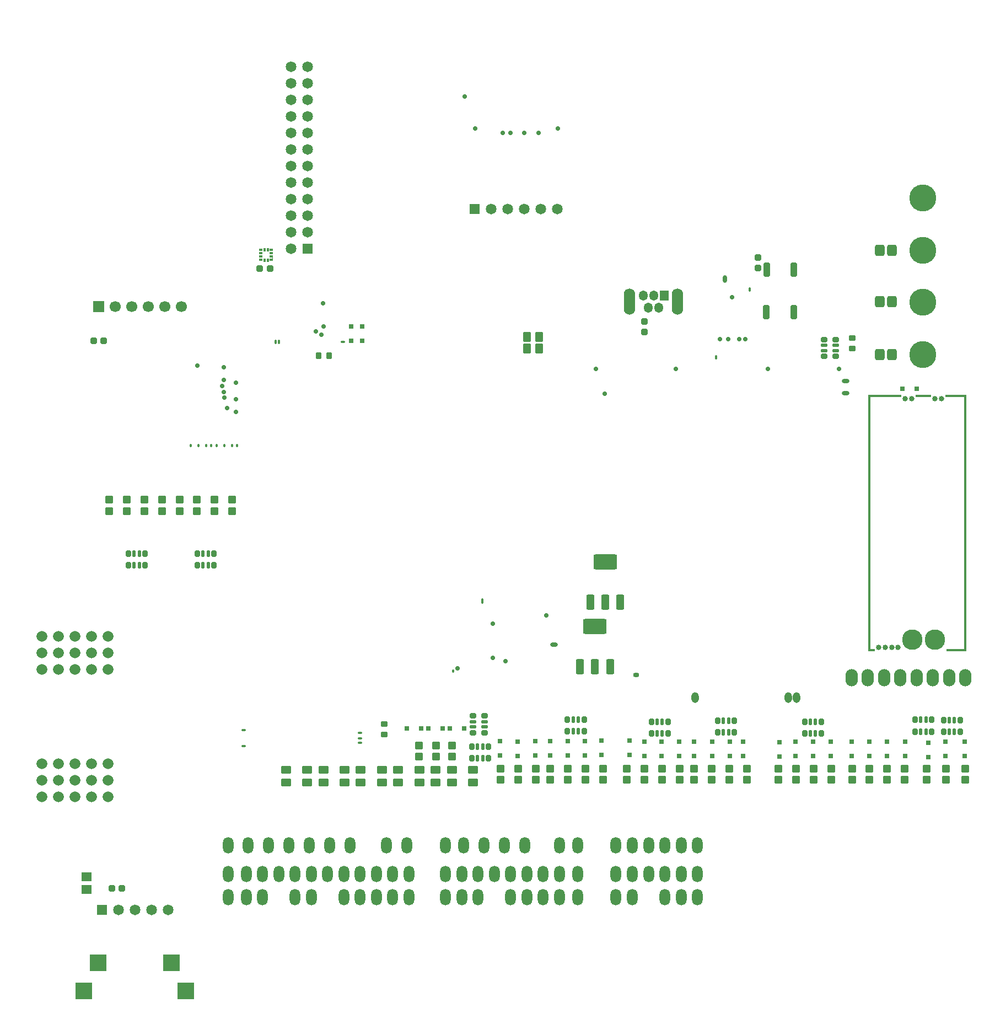
<source format=gts>
G04*
G04 #@! TF.GenerationSoftware,Altium Limited,Altium Designer,20.2.7 (254)*
G04*
G04 Layer_Color=7674933*
%FSLAX25Y25*%
%MOIN*%
G70*
G04*
G04 #@! TF.SameCoordinates,AEADB8A6-E672-494B-8C1A-D0E3FC83B13A*
G04*
G04*
G04 #@! TF.FilePolarity,Negative*
G04*
G01*
G75*
G04:AMPARAMS|DCode=52|XSize=38.98mil|YSize=38.98mil|CornerRadius=6.1mil|HoleSize=0mil|Usage=FLASHONLY|Rotation=270.000|XOffset=0mil|YOffset=0mil|HoleType=Round|Shape=RoundedRectangle|*
%AMROUNDEDRECTD52*
21,1,0.03898,0.02677,0,0,270.0*
21,1,0.02677,0.03898,0,0,270.0*
1,1,0.01221,-0.01339,-0.01339*
1,1,0.01221,-0.01339,0.01339*
1,1,0.01221,0.01339,0.01339*
1,1,0.01221,0.01339,-0.01339*
%
%ADD52ROUNDEDRECTD52*%
G04:AMPARAMS|DCode=53|XSize=48.82mil|YSize=90.16mil|CornerRadius=7.09mil|HoleSize=0mil|Usage=FLASHONLY|Rotation=0.000|XOffset=0mil|YOffset=0mil|HoleType=Round|Shape=RoundedRectangle|*
%AMROUNDEDRECTD53*
21,1,0.04882,0.07598,0,0,0.0*
21,1,0.03465,0.09016,0,0,0.0*
1,1,0.01417,0.01732,-0.03799*
1,1,0.01417,-0.01732,-0.03799*
1,1,0.01417,-0.01732,0.03799*
1,1,0.01417,0.01732,0.03799*
%
%ADD53ROUNDEDRECTD53*%
G04:AMPARAMS|DCode=54|XSize=48.82mil|YSize=90.16mil|CornerRadius=7.09mil|HoleSize=0mil|Usage=FLASHONLY|Rotation=0.000|XOffset=0mil|YOffset=0mil|HoleType=Round|Shape=RoundedRectangle|*
%AMROUNDEDRECTD54*
21,1,0.04882,0.07599,0,0,0.0*
21,1,0.03465,0.09016,0,0,0.0*
1,1,0.01417,0.01732,-0.03799*
1,1,0.01417,-0.01732,-0.03799*
1,1,0.01417,-0.01732,0.03799*
1,1,0.01417,0.01732,0.03799*
%
%ADD54ROUNDEDRECTD54*%
G04:AMPARAMS|DCode=55|XSize=143.31mil|YSize=90.16mil|CornerRadius=11.22mil|HoleSize=0mil|Usage=FLASHONLY|Rotation=0.000|XOffset=0mil|YOffset=0mil|HoleType=Round|Shape=RoundedRectangle|*
%AMROUNDEDRECTD55*
21,1,0.14331,0.06772,0,0,0.0*
21,1,0.12087,0.09016,0,0,0.0*
1,1,0.02244,0.06043,-0.03386*
1,1,0.02244,-0.06043,-0.03386*
1,1,0.02244,-0.06043,0.03386*
1,1,0.02244,0.06043,0.03386*
%
%ADD55ROUNDEDRECTD55*%
G04:AMPARAMS|DCode=56|XSize=31.1mil|YSize=37.01mil|CornerRadius=5.32mil|HoleSize=0mil|Usage=FLASHONLY|Rotation=0.000|XOffset=0mil|YOffset=0mil|HoleType=Round|Shape=RoundedRectangle|*
%AMROUNDEDRECTD56*
21,1,0.03110,0.02638,0,0,0.0*
21,1,0.02047,0.03701,0,0,0.0*
1,1,0.01063,0.01024,-0.01319*
1,1,0.01063,-0.01024,-0.01319*
1,1,0.01063,-0.01024,0.01319*
1,1,0.01063,0.01024,0.01319*
%
%ADD56ROUNDEDRECTD56*%
G04:AMPARAMS|DCode=57|XSize=23.23mil|YSize=37.01mil|CornerRadius=4.53mil|HoleSize=0mil|Usage=FLASHONLY|Rotation=0.000|XOffset=0mil|YOffset=0mil|HoleType=Round|Shape=RoundedRectangle|*
%AMROUNDEDRECTD57*
21,1,0.02323,0.02795,0,0,0.0*
21,1,0.01417,0.03701,0,0,0.0*
1,1,0.00906,0.00709,-0.01398*
1,1,0.00906,-0.00709,-0.01398*
1,1,0.00906,-0.00709,0.01398*
1,1,0.00906,0.00709,0.01398*
%
%ADD57ROUNDEDRECTD57*%
G04:AMPARAMS|DCode=58|XSize=29.13mil|YSize=29.13mil|CornerRadius=5.12mil|HoleSize=0mil|Usage=FLASHONLY|Rotation=270.000|XOffset=0mil|YOffset=0mil|HoleType=Round|Shape=RoundedRectangle|*
%AMROUNDEDRECTD58*
21,1,0.02913,0.01890,0,0,270.0*
21,1,0.01890,0.02913,0,0,270.0*
1,1,0.01024,-0.00945,-0.00945*
1,1,0.01024,-0.00945,0.00945*
1,1,0.01024,0.00945,0.00945*
1,1,0.01024,0.00945,-0.00945*
%
%ADD58ROUNDEDRECTD58*%
G04:AMPARAMS|DCode=59|XSize=44.88mil|YSize=62.6mil|CornerRadius=6.69mil|HoleSize=0mil|Usage=FLASHONLY|Rotation=0.000|XOffset=0mil|YOffset=0mil|HoleType=Round|Shape=RoundedRectangle|*
%AMROUNDEDRECTD59*
21,1,0.04488,0.04921,0,0,0.0*
21,1,0.03150,0.06260,0,0,0.0*
1,1,0.01339,0.01575,-0.02461*
1,1,0.01339,-0.01575,-0.02461*
1,1,0.01339,-0.01575,0.02461*
1,1,0.01339,0.01575,0.02461*
%
%ADD59ROUNDEDRECTD59*%
G04:AMPARAMS|DCode=60|XSize=44.88mil|YSize=48.82mil|CornerRadius=6.69mil|HoleSize=0mil|Usage=FLASHONLY|Rotation=270.000|XOffset=0mil|YOffset=0mil|HoleType=Round|Shape=RoundedRectangle|*
%AMROUNDEDRECTD60*
21,1,0.04488,0.03543,0,0,270.0*
21,1,0.03150,0.04882,0,0,270.0*
1,1,0.01339,-0.01772,-0.01575*
1,1,0.01339,-0.01772,0.01575*
1,1,0.01339,0.01772,0.01575*
1,1,0.01339,0.01772,-0.01575*
%
%ADD60ROUNDEDRECTD60*%
G04:AMPARAMS|DCode=61|XSize=29.13mil|YSize=29.13mil|CornerRadius=5.12mil|HoleSize=0mil|Usage=FLASHONLY|Rotation=180.000|XOffset=0mil|YOffset=0mil|HoleType=Round|Shape=RoundedRectangle|*
%AMROUNDEDRECTD61*
21,1,0.02913,0.01890,0,0,180.0*
21,1,0.01890,0.02913,0,0,180.0*
1,1,0.01024,-0.00945,0.00945*
1,1,0.01024,0.00945,0.00945*
1,1,0.01024,0.00945,-0.00945*
1,1,0.01024,-0.00945,-0.00945*
%
%ADD61ROUNDEDRECTD61*%
G04:AMPARAMS|DCode=62|XSize=33.07mil|YSize=41.73mil|CornerRadius=5.51mil|HoleSize=0mil|Usage=FLASHONLY|Rotation=180.000|XOffset=0mil|YOffset=0mil|HoleType=Round|Shape=RoundedRectangle|*
%AMROUNDEDRECTD62*
21,1,0.03307,0.03071,0,0,180.0*
21,1,0.02205,0.04173,0,0,180.0*
1,1,0.01102,-0.01102,0.01535*
1,1,0.01102,0.01102,0.01535*
1,1,0.01102,0.01102,-0.01535*
1,1,0.01102,-0.01102,-0.01535*
%
%ADD62ROUNDEDRECTD62*%
%ADD63R,0.04291X0.01535*%
%ADD64R,0.01535X1.55079*%
%ADD65R,0.09409X0.01535*%
%ADD66R,0.12756X0.01535*%
%ADD67R,0.20433X0.01535*%
%ADD68R,0.12165X0.01535*%
%ADD69C,0.12362*%
G04:AMPARAMS|DCode=70|XSize=15.35mil|YSize=33.07mil|CornerRadius=7.68mil|HoleSize=0mil|Usage=FLASHONLY|Rotation=180.000|XOffset=0mil|YOffset=0mil|HoleType=Round|Shape=RoundedRectangle|*
%AMROUNDEDRECTD70*
21,1,0.01535,0.01772,0,0,180.0*
21,1,0.00000,0.03307,0,0,180.0*
1,1,0.01535,0.00000,0.00886*
1,1,0.01535,0.00000,0.00886*
1,1,0.01535,0.00000,-0.00886*
1,1,0.01535,0.00000,-0.00886*
%
%ADD70ROUNDEDRECTD70*%
%ADD71O,0.04488X0.02520*%
%ADD72O,0.01339X0.02520*%
%ADD73R,0.06457X0.05669*%
G04:AMPARAMS|DCode=74|XSize=38.98mil|YSize=38.98mil|CornerRadius=6.1mil|HoleSize=0mil|Usage=FLASHONLY|Rotation=0.000|XOffset=0mil|YOffset=0mil|HoleType=Round|Shape=RoundedRectangle|*
%AMROUNDEDRECTD74*
21,1,0.03898,0.02677,0,0,0.0*
21,1,0.02677,0.03898,0,0,0.0*
1,1,0.01221,0.01339,-0.01339*
1,1,0.01221,-0.01339,-0.01339*
1,1,0.01221,-0.01339,0.01339*
1,1,0.01221,0.01339,0.01339*
%
%ADD74ROUNDEDRECTD74*%
%ADD75O,0.02520X0.01535*%
%ADD76O,0.01535X0.02520*%
%ADD77O,0.02520X0.04488*%
%ADD78O,0.01339X0.03307*%
%ADD79O,0.01535X0.02520*%
%ADD80O,0.04488X0.06457*%
%ADD81O,0.03701X0.02913*%
G04:AMPARAMS|DCode=82|XSize=33.07mil|YSize=41.73mil|CornerRadius=5.51mil|HoleSize=0mil|Usage=FLASHONLY|Rotation=270.000|XOffset=0mil|YOffset=0mil|HoleType=Round|Shape=RoundedRectangle|*
%AMROUNDEDRECTD82*
21,1,0.03307,0.03071,0,0,270.0*
21,1,0.02205,0.04173,0,0,270.0*
1,1,0.01102,-0.01535,-0.01102*
1,1,0.01102,-0.01535,0.01102*
1,1,0.01102,0.01535,0.01102*
1,1,0.01102,0.01535,-0.01102*
%
%ADD82ROUNDEDRECTD82*%
%ADD83R,0.01929X0.01535*%
%ADD84R,0.01535X0.01929*%
%ADD85O,0.01339X0.02126*%
G04:AMPARAMS|DCode=86|XSize=37.01mil|YSize=84.25mil|CornerRadius=5.91mil|HoleSize=0mil|Usage=FLASHONLY|Rotation=0.000|XOffset=0mil|YOffset=0mil|HoleType=Round|Shape=RoundedRectangle|*
%AMROUNDEDRECTD86*
21,1,0.03701,0.07244,0,0,0.0*
21,1,0.02520,0.08425,0,0,0.0*
1,1,0.01181,0.01260,-0.03622*
1,1,0.01181,-0.01260,-0.03622*
1,1,0.01181,-0.01260,0.03622*
1,1,0.01181,0.01260,0.03622*
%
%ADD86ROUNDEDRECTD86*%
G04:AMPARAMS|DCode=87|XSize=56.69mil|YSize=64.57mil|CornerRadius=7.87mil|HoleSize=0mil|Usage=FLASHONLY|Rotation=0.000|XOffset=0mil|YOffset=0mil|HoleType=Round|Shape=RoundedRectangle|*
%AMROUNDEDRECTD87*
21,1,0.05669,0.04882,0,0,0.0*
21,1,0.04095,0.06457,0,0,0.0*
1,1,0.01575,0.02047,-0.02441*
1,1,0.01575,-0.02047,-0.02441*
1,1,0.01575,-0.02047,0.02441*
1,1,0.01575,0.02047,0.02441*
%
%ADD87ROUNDEDRECTD87*%
%ADD88C,0.16299*%
G04:AMPARAMS|DCode=89|XSize=44.88mil|YSize=62.6mil|CornerRadius=6.69mil|HoleSize=0mil|Usage=FLASHONLY|Rotation=90.000|XOffset=0mil|YOffset=0mil|HoleType=Round|Shape=RoundedRectangle|*
%AMROUNDEDRECTD89*
21,1,0.04488,0.04921,0,0,90.0*
21,1,0.03150,0.06260,0,0,90.0*
1,1,0.01339,0.02461,0.01575*
1,1,0.01339,0.02461,-0.01575*
1,1,0.01339,-0.02461,-0.01575*
1,1,0.01339,-0.02461,0.01575*
%
%ADD89ROUNDEDRECTD89*%
G04:AMPARAMS|DCode=90|XSize=31.1mil|YSize=37.01mil|CornerRadius=5.32mil|HoleSize=0mil|Usage=FLASHONLY|Rotation=270.000|XOffset=0mil|YOffset=0mil|HoleType=Round|Shape=RoundedRectangle|*
%AMROUNDEDRECTD90*
21,1,0.03110,0.02638,0,0,270.0*
21,1,0.02047,0.03701,0,0,270.0*
1,1,0.01063,-0.01319,-0.01024*
1,1,0.01063,-0.01319,0.01024*
1,1,0.01063,0.01319,0.01024*
1,1,0.01063,0.01319,-0.01024*
%
%ADD90ROUNDEDRECTD90*%
G04:AMPARAMS|DCode=91|XSize=23.23mil|YSize=37.01mil|CornerRadius=4.53mil|HoleSize=0mil|Usage=FLASHONLY|Rotation=270.000|XOffset=0mil|YOffset=0mil|HoleType=Round|Shape=RoundedRectangle|*
%AMROUNDEDRECTD91*
21,1,0.02323,0.02795,0,0,270.0*
21,1,0.01417,0.03701,0,0,270.0*
1,1,0.00906,-0.01398,-0.00709*
1,1,0.00906,-0.01398,0.00709*
1,1,0.00906,0.01398,0.00709*
1,1,0.00906,0.01398,-0.00709*
%
%ADD91ROUNDEDRECTD91*%
%ADD92O,0.06850X0.15906*%
%ADD93O,0.05276X0.06063*%
%ADD94R,0.05276X0.06063*%
%ADD95R,0.10394X0.10394*%
%ADD96C,0.06457*%
%ADD97R,0.06457X0.06457*%
%ADD98O,0.07441X0.10394*%
%ADD99C,0.03307*%
%ADD100C,0.02913*%
%ADD101C,0.06551*%
%ADD102C,0.00551*%
%ADD103O,0.06457X0.10000*%
%ADD104C,0.06693*%
%ADD105R,0.06693X0.06693*%
%ADD106R,0.06457X0.06457*%
G36*
X169961Y463695D02*
X169819D01*
Y466398D01*
X169961D01*
Y463695D01*
D02*
G37*
G36*
Y467025D02*
X169722D01*
Y468366D01*
X169961D01*
Y467025D01*
D02*
G37*
G36*
Y470329D02*
X169772D01*
Y470335D01*
X169961D01*
Y470329D01*
D02*
G37*
D52*
X394882Y420118D02*
D03*
Y426339D02*
D03*
X463484Y458701D02*
D03*
Y464921D02*
D03*
D53*
X362008Y256594D02*
D03*
X380118D02*
D03*
X355807Y217618D02*
D03*
X373917D02*
D03*
D54*
X371063Y256594D02*
D03*
X364862Y217618D02*
D03*
D55*
X371063Y281004D02*
D03*
X364862Y242028D02*
D03*
D56*
X491634Y177362D02*
D03*
Y184449D02*
D03*
X501673D02*
D03*
Y177362D02*
D03*
X92714Y286164D02*
D03*
Y279078D02*
D03*
X82675D02*
D03*
Y286164D02*
D03*
X124407D02*
D03*
Y279078D02*
D03*
X134447D02*
D03*
Y286164D02*
D03*
X408957Y177264D02*
D03*
Y184350D02*
D03*
X398917D02*
D03*
Y177264D02*
D03*
X449114Y177953D02*
D03*
Y185039D02*
D03*
X439075D02*
D03*
Y177953D02*
D03*
X358268Y178740D02*
D03*
Y185827D02*
D03*
X348228D02*
D03*
Y178740D02*
D03*
X568504Y178543D02*
D03*
Y185630D02*
D03*
X558465D02*
D03*
Y178543D02*
D03*
X575591Y178347D02*
D03*
Y185433D02*
D03*
X585630D02*
D03*
Y178347D02*
D03*
X300394Y169488D02*
D03*
Y162402D02*
D03*
X290354D02*
D03*
Y169488D02*
D03*
D57*
X495079Y177362D02*
D03*
X498228D02*
D03*
Y184449D02*
D03*
X495079D02*
D03*
X89269Y286164D02*
D03*
X86120D02*
D03*
Y279078D02*
D03*
X89269D02*
D03*
X131002D02*
D03*
X127852D02*
D03*
Y286164D02*
D03*
X131002D02*
D03*
X402362Y184350D02*
D03*
X405512D02*
D03*
Y177264D02*
D03*
X402362D02*
D03*
X442520Y185039D02*
D03*
X445669D02*
D03*
Y177953D02*
D03*
X442520D02*
D03*
X351673Y185827D02*
D03*
X354823D02*
D03*
Y178740D02*
D03*
X351673D02*
D03*
X561909Y185630D02*
D03*
X565059D02*
D03*
Y178543D02*
D03*
X561909D02*
D03*
X579035Y178347D02*
D03*
X582185D02*
D03*
Y185433D02*
D03*
X579035D02*
D03*
X296949Y169488D02*
D03*
X293799D02*
D03*
Y162402D02*
D03*
X296949D02*
D03*
D58*
X550787Y385827D02*
D03*
X559449D02*
D03*
X285827Y180216D02*
D03*
X277165D02*
D03*
X259842D02*
D03*
X251181D02*
D03*
X272835D02*
D03*
X264173D02*
D03*
D59*
X331201Y416929D02*
D03*
X323721D02*
D03*
X331201Y410138D02*
D03*
X323721D02*
D03*
D60*
X588583Y155905D02*
D03*
Y149213D02*
D03*
X278543Y163386D02*
D03*
Y170079D02*
D03*
X71061Y311854D02*
D03*
Y318546D02*
D03*
X81691Y311854D02*
D03*
Y318546D02*
D03*
X92321Y311854D02*
D03*
Y318546D02*
D03*
X102950Y311854D02*
D03*
Y318546D02*
D03*
X113580Y311854D02*
D03*
Y318546D02*
D03*
X124210Y311854D02*
D03*
Y318546D02*
D03*
X134840Y311854D02*
D03*
Y318546D02*
D03*
X145470Y311854D02*
D03*
Y318546D02*
D03*
X415945Y149213D02*
D03*
Y155905D02*
D03*
X405315Y149213D02*
D03*
Y155905D02*
D03*
X394685Y149213D02*
D03*
Y155905D02*
D03*
X384055Y149213D02*
D03*
Y155905D02*
D03*
X348327Y149213D02*
D03*
Y155905D02*
D03*
X424803Y149213D02*
D03*
Y155905D02*
D03*
X358957Y149213D02*
D03*
Y155905D02*
D03*
X435433Y149213D02*
D03*
Y155905D02*
D03*
X456693Y149213D02*
D03*
Y155905D02*
D03*
X446063Y149213D02*
D03*
Y155905D02*
D03*
X337697Y149213D02*
D03*
Y155905D02*
D03*
X369587Y149213D02*
D03*
Y155905D02*
D03*
X552165Y155905D02*
D03*
Y149213D02*
D03*
X541536Y155905D02*
D03*
Y149213D02*
D03*
X530906Y155905D02*
D03*
Y149213D02*
D03*
X520276Y155905D02*
D03*
Y149213D02*
D03*
X475787Y155905D02*
D03*
Y149213D02*
D03*
X486417Y155905D02*
D03*
Y149213D02*
D03*
X497047Y155905D02*
D03*
Y149213D02*
D03*
X507677Y155905D02*
D03*
Y149213D02*
D03*
X565551Y155905D02*
D03*
Y149213D02*
D03*
X307677Y155905D02*
D03*
Y149213D02*
D03*
X576958Y155905D02*
D03*
Y149213D02*
D03*
X318307Y155905D02*
D03*
Y149213D02*
D03*
X328937Y155905D02*
D03*
Y149213D02*
D03*
X258465Y163386D02*
D03*
Y170079D02*
D03*
X268701Y163386D02*
D03*
Y170079D02*
D03*
D61*
X217421Y414862D02*
D03*
Y423524D02*
D03*
X224016Y414862D02*
D03*
Y423524D02*
D03*
X454528Y172441D02*
D03*
Y163779D02*
D03*
X348524Y172835D02*
D03*
Y164173D02*
D03*
X435630Y172441D02*
D03*
Y163779D02*
D03*
X405118Y172441D02*
D03*
Y163779D02*
D03*
X415748Y172441D02*
D03*
Y163779D02*
D03*
X394882Y172441D02*
D03*
Y163779D02*
D03*
X424606Y172441D02*
D03*
Y163779D02*
D03*
X368701Y172933D02*
D03*
Y164272D02*
D03*
X358760Y172835D02*
D03*
Y164173D02*
D03*
X337894Y172835D02*
D03*
Y164173D02*
D03*
X385827Y172933D02*
D03*
Y164272D02*
D03*
X446260Y172441D02*
D03*
Y163779D02*
D03*
X552362Y163779D02*
D03*
Y172441D02*
D03*
X541339Y163779D02*
D03*
Y172441D02*
D03*
X530709Y163779D02*
D03*
Y172441D02*
D03*
X520079Y163779D02*
D03*
Y172441D02*
D03*
X476378Y163386D02*
D03*
Y172047D02*
D03*
X486221Y163779D02*
D03*
Y172441D02*
D03*
X496850Y163779D02*
D03*
Y172441D02*
D03*
X507480Y163779D02*
D03*
Y172441D02*
D03*
X566437Y162992D02*
D03*
Y171653D02*
D03*
X307480Y164173D02*
D03*
Y172835D02*
D03*
X576772Y163779D02*
D03*
Y172441D02*
D03*
X318110Y163779D02*
D03*
Y172441D02*
D03*
X588386Y163779D02*
D03*
Y172441D02*
D03*
X328740Y163976D02*
D03*
Y172638D02*
D03*
D62*
X204134Y405709D02*
D03*
X197835D02*
D03*
D63*
X531988Y227756D02*
D03*
D64*
X530610Y304528D02*
D03*
X588681D02*
D03*
D65*
X563484Y381299D02*
D03*
D66*
X583071D02*
D03*
D67*
X540059D02*
D03*
D68*
X583366Y227756D02*
D03*
D69*
X570472Y234154D02*
D03*
X556693D02*
D03*
D70*
X296870Y257283D02*
D03*
D71*
X340158Y231102D02*
D03*
X516417Y382973D02*
D03*
X516417Y390453D02*
D03*
D72*
X279035Y215158D02*
D03*
D73*
X57382Y90650D02*
D03*
Y83169D02*
D03*
D74*
X78799Y83563D02*
D03*
X72579D02*
D03*
X168268Y458465D02*
D03*
X162047D02*
D03*
X61654Y414764D02*
D03*
X67874D02*
D03*
D75*
X212480Y413996D02*
D03*
X152559Y179232D02*
D03*
Y169783D02*
D03*
X222736Y177756D02*
D03*
Y174311D02*
D03*
Y171555D02*
D03*
D76*
X171732Y414193D02*
D03*
X173701D02*
D03*
D77*
X443504Y451968D02*
D03*
D78*
X458347Y445571D02*
D03*
D79*
X437972Y404626D02*
D03*
D80*
X425301Y198971D02*
D03*
X481896D02*
D03*
X486840D02*
D03*
D81*
X389652Y212736D02*
D03*
D82*
X520571Y416240D02*
D03*
Y409941D02*
D03*
X237402Y176772D02*
D03*
Y183071D02*
D03*
D83*
X162795Y467618D02*
D03*
Y465650D02*
D03*
Y469587D02*
D03*
Y463681D02*
D03*
X169095Y469587D02*
D03*
Y467618D02*
D03*
Y465650D02*
D03*
Y463681D02*
D03*
D84*
X164961Y469783D02*
D03*
X166929D02*
D03*
Y463484D02*
D03*
X164961D02*
D03*
D85*
X132776Y351379D02*
D03*
X136083D02*
D03*
X129823D02*
D03*
X140709D02*
D03*
X145334D02*
D03*
X148327D02*
D03*
X125197D02*
D03*
X120571D02*
D03*
D86*
X485236Y457579D02*
D03*
X468701D02*
D03*
X485039Y431988D02*
D03*
X468504D02*
D03*
D87*
X544488Y469488D02*
D03*
X537008D02*
D03*
Y406398D02*
D03*
X544488D02*
D03*
Y438268D02*
D03*
X537008D02*
D03*
D88*
X563189Y500984D02*
D03*
Y406496D02*
D03*
Y437992D02*
D03*
Y469488D02*
D03*
D89*
X258661Y155315D02*
D03*
Y147835D02*
D03*
X190748Y155315D02*
D03*
Y147835D02*
D03*
X200591Y155315D02*
D03*
Y147835D02*
D03*
X291142D02*
D03*
Y155315D02*
D03*
X245866Y147835D02*
D03*
Y155315D02*
D03*
X236024Y147835D02*
D03*
Y155315D02*
D03*
X223228Y147835D02*
D03*
Y155315D02*
D03*
X213386Y147835D02*
D03*
Y155315D02*
D03*
X177953Y147835D02*
D03*
Y155315D02*
D03*
X278346D02*
D03*
Y147835D02*
D03*
X268504Y155315D02*
D03*
Y147835D02*
D03*
D90*
X290945Y187894D02*
D03*
X298031D02*
D03*
Y177854D02*
D03*
X290945D02*
D03*
X510433Y415453D02*
D03*
X503346D02*
D03*
Y405413D02*
D03*
X510433D02*
D03*
D91*
X290945Y184449D02*
D03*
Y181299D02*
D03*
X298031D02*
D03*
Y184449D02*
D03*
X503346Y408858D02*
D03*
Y412008D02*
D03*
X510433D02*
D03*
Y408858D02*
D03*
D92*
X385881Y438385D02*
D03*
X414818D02*
D03*
D93*
X397200Y434645D02*
D03*
X403499D02*
D03*
X394050Y442125D02*
D03*
X400350D02*
D03*
D94*
X406649D02*
D03*
D95*
X108858Y38878D02*
D03*
X64370D02*
D03*
X117323Y21654D02*
D03*
X55905D02*
D03*
D96*
X106614Y70866D02*
D03*
X96614D02*
D03*
X86614D02*
D03*
X76614D02*
D03*
X342126Y494488D02*
D03*
X332126D02*
D03*
X322126D02*
D03*
X312126D02*
D03*
X302126D02*
D03*
X181142Y580472D02*
D03*
X191142D02*
D03*
X181142Y570472D02*
D03*
X191142D02*
D03*
X181142Y560472D02*
D03*
X191142D02*
D03*
X181142Y550472D02*
D03*
X191142D02*
D03*
X181142Y540472D02*
D03*
X191142D02*
D03*
X181142Y530472D02*
D03*
X191142D02*
D03*
X181142Y520472D02*
D03*
X191142D02*
D03*
X181142Y510472D02*
D03*
X191142D02*
D03*
X181142Y500472D02*
D03*
X191142D02*
D03*
X181142Y490472D02*
D03*
X191142D02*
D03*
X181142Y480472D02*
D03*
X191142D02*
D03*
X181142Y470472D02*
D03*
D97*
X66614Y70866D02*
D03*
X292126Y494488D02*
D03*
D98*
X529823Y211122D02*
D03*
X569193D02*
D03*
X588878D02*
D03*
X579035D02*
D03*
X559350D02*
D03*
X549508D02*
D03*
X539665D02*
D03*
X519980D02*
D03*
D99*
X552559Y379823D02*
D03*
X556496D02*
D03*
X570472D02*
D03*
X574409D02*
D03*
X548228Y229232D02*
D03*
X544291D02*
D03*
X540354D02*
D03*
X536417D02*
D03*
D100*
X303219Y223002D02*
D03*
X335531Y248819D02*
D03*
X310630Y221063D02*
D03*
X281693Y216634D02*
D03*
X303150Y243602D02*
D03*
X286122Y562225D02*
D03*
X313583Y540276D02*
D03*
X330906D02*
D03*
X322146D02*
D03*
X292323Y542914D02*
D03*
X308957Y540276D02*
D03*
X342339Y542949D02*
D03*
X200374Y437323D02*
D03*
X200669Y423347D02*
D03*
X199488Y418327D02*
D03*
X196043Y420394D02*
D03*
X447756Y441043D02*
D03*
X445571Y415748D02*
D03*
X440551D02*
D03*
X455610D02*
D03*
X452067D02*
D03*
X365302Y397638D02*
D03*
X413583D02*
D03*
X370768Y382677D02*
D03*
X512402Y397638D02*
D03*
X469488D02*
D03*
X140413Y391142D02*
D03*
X147638Y389468D02*
D03*
X139567Y387303D02*
D03*
X140413Y383858D02*
D03*
X147638Y379232D02*
D03*
X140709Y380512D02*
D03*
X142480Y374114D02*
D03*
X147638Y371555D02*
D03*
X140354Y398622D02*
D03*
X124311Y399803D02*
D03*
D101*
X30315Y139016D02*
D03*
X40315D02*
D03*
X50315D02*
D03*
X60315D02*
D03*
X70315D02*
D03*
X30315Y149016D02*
D03*
X70315D02*
D03*
X60315D02*
D03*
X50315D02*
D03*
X40315D02*
D03*
Y159016D02*
D03*
X50315D02*
D03*
X60315D02*
D03*
X70315D02*
D03*
X30315D02*
D03*
Y215945D02*
D03*
X40315D02*
D03*
X50315D02*
D03*
X60315D02*
D03*
X70315D02*
D03*
X30315Y225945D02*
D03*
X70315D02*
D03*
X60315D02*
D03*
X50315D02*
D03*
X40315D02*
D03*
Y235945D02*
D03*
X50315D02*
D03*
X60315D02*
D03*
X70315D02*
D03*
X30315D02*
D03*
D102*
X460630Y27559D02*
D03*
X86614D02*
D03*
X173622Y56890D02*
D03*
X397244D02*
D03*
X135256Y484803D02*
D03*
X44272D02*
D03*
X19879Y279921D02*
D03*
X586614Y20079D02*
D03*
Y605905D02*
D03*
X19685D02*
D03*
Y20079D02*
D03*
D103*
X142913Y92520D02*
D03*
Y78347D02*
D03*
X153937Y92520D02*
D03*
Y78347D02*
D03*
X163779Y92520D02*
D03*
Y78347D02*
D03*
X173622Y92520D02*
D03*
X183465D02*
D03*
Y78347D02*
D03*
X193307Y92520D02*
D03*
Y78347D02*
D03*
X203150Y92520D02*
D03*
X212992Y78347D02*
D03*
Y92520D02*
D03*
X222835Y78347D02*
D03*
Y92520D02*
D03*
X232677Y78347D02*
D03*
Y92520D02*
D03*
X242520Y78347D02*
D03*
Y92520D02*
D03*
X238858Y109843D02*
D03*
X252362Y78347D02*
D03*
Y92520D02*
D03*
X251181Y109843D02*
D03*
X274409Y78347D02*
D03*
Y92520D02*
D03*
Y109843D02*
D03*
X284252Y78347D02*
D03*
Y92520D02*
D03*
X285433Y109843D02*
D03*
X294094Y78347D02*
D03*
Y92520D02*
D03*
X303937D02*
D03*
X297756Y109843D02*
D03*
X313779Y78347D02*
D03*
Y92520D02*
D03*
X310079Y109843D02*
D03*
X323622Y78347D02*
D03*
Y92520D02*
D03*
X322402Y109843D02*
D03*
X333465Y78347D02*
D03*
Y92520D02*
D03*
X343307Y78347D02*
D03*
Y92520D02*
D03*
Y109843D02*
D03*
X354331Y78347D02*
D03*
Y92520D02*
D03*
Y109843D02*
D03*
X377559Y78347D02*
D03*
Y92520D02*
D03*
Y109843D02*
D03*
X387402Y78347D02*
D03*
Y92520D02*
D03*
Y109843D02*
D03*
X397244Y92520D02*
D03*
X407087Y78347D02*
D03*
Y92520D02*
D03*
Y109843D02*
D03*
X416929Y78347D02*
D03*
Y92520D02*
D03*
X426772Y78347D02*
D03*
Y92520D02*
D03*
X416929Y109843D02*
D03*
X426772D02*
D03*
X216850D02*
D03*
X204528D02*
D03*
X192205D02*
D03*
X179882D02*
D03*
X167559D02*
D03*
X155236D02*
D03*
X142913D02*
D03*
X397244D02*
D03*
D104*
X114764Y435433D02*
D03*
X104764D02*
D03*
X94764D02*
D03*
X84764D02*
D03*
X74764D02*
D03*
D105*
X64764D02*
D03*
D106*
X191142Y470472D02*
D03*
M02*

</source>
